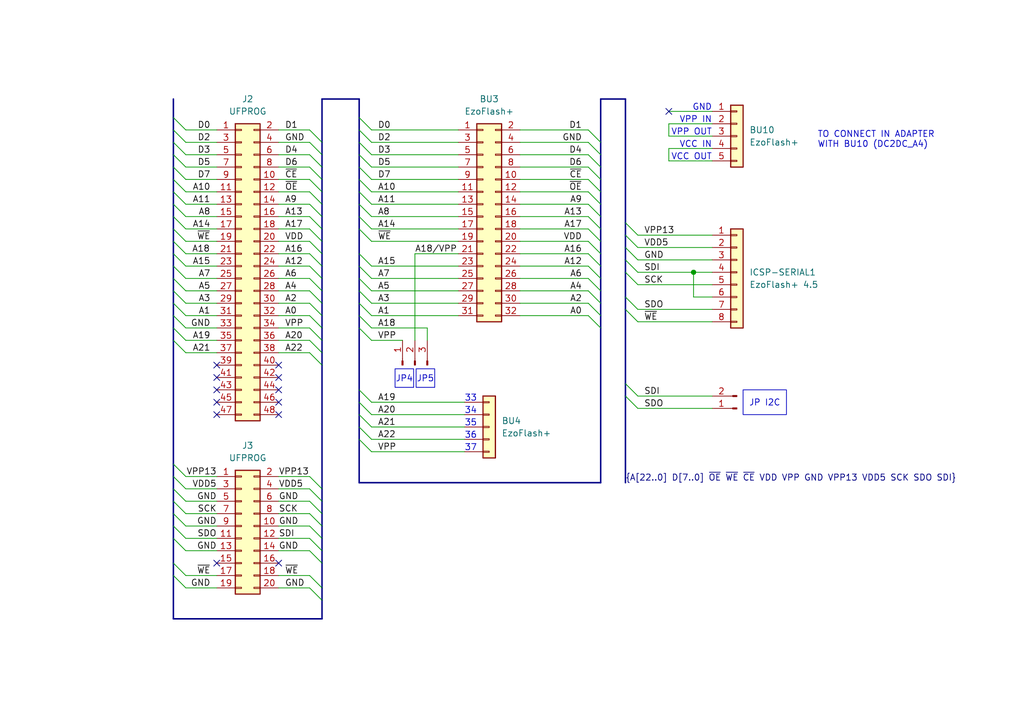
<source format=kicad_sch>
(kicad_sch (version 20230121) (generator eeschema)
  (paper "A5")
  (title_block (title "USB Flash/EPROM Programmer - EzoFlash+ Cross Adapter") (date "2024-01-24") (rev "v0.2.0") (company "Robson Martins") (comment 1 "https://usbflashprog.robsonmartins.com"))
  (lib_symbols
    (symbol "Conn_01x05_1" (pin_names (offset 1.016) hide)
      (property "Reference" "J" (at 0 7.62 0))
      (property "Value" "Conn_01x05" (at 0 -7.62 0))
      (symbol "Conn_01x05_1_1_1"
        (rectangle (start -1.27 -4.953) (end 0 -5.207) (stroke (width 0.1524)))
        (rectangle (start -1.27 -2.413) (end 0 -2.667) (stroke (width 0.1524)))
        (rectangle (start -1.27 0.127) (end 0 -0.127) (stroke (width 0.1524)))
        (rectangle (start -1.27 2.667) (end 0 2.413) (stroke (width 0.1524)))
        (rectangle (start -1.27 5.207) (end 0 4.953) (stroke (width 0.1524)))
        (rectangle (start -1.27 6.35) (end 1.27 -6.35) (stroke (width 0.254)) (fill (type background)))
        (pin passive line (at -5.08 5.08 0) (length 3.81) (name "Pin_1") (number "1"))
        (pin passive line (at -5.08 2.54 0) (length 3.81) (name "Pin_2") (number "2"))
        (pin passive line (at -5.08 0 0) (length 3.81) (name "Pin_3") (number "3"))
        (pin passive line (at -5.08 -2.54 0) (length 3.81) (name "Pin_4") (number "4"))
        (pin passive line (at -5.08 -5.08 0) (length 3.81) (name "Pin_5") (number "5"))
      )
    )
    (symbol "Connector:Conn_01x02_Pin" (pin_names (offset 1.016) hide)
      (property "Reference" "J" (at 0 2.54 0))
      (property "Value" "Conn_01x02_Pin" (at 0 -5.08 0))
      (symbol "Conn_01x02_Pin_1_1"
        (polyline (pts (xy 1.27 -2.54) (xy 0.8636 -2.54)) (stroke (width 0.1524)))
        (polyline (pts (xy 1.27 0) (xy 0.8636 0)) (stroke (width 0.1524)))
        (rectangle (start 0.8636 -2.413) (end 0 -2.667) (stroke (width 0.1524)) (fill (type outline)))
        (rectangle (start 0.8636 0.127) (end 0 -0.127) (stroke (width 0.1524)) (fill (type outline)))
        (pin passive line (at 5.08 0 180) (length 3.81) (name "Pin_1") (number "1"))
        (pin passive line (at 5.08 -2.54 180) (length 3.81) (name "Pin_2") (number "2"))
      )
    )
    (symbol "Connector:Conn_01x03_Pin" (pin_names (offset 1.016) hide)
      (property "Reference" "J" (at 0 5.08 0))
      (property "Value" "Conn_01x03_Pin" (at 0 -5.08 0))
      (symbol "Conn_01x03_Pin_1_1"
        (polyline (pts (xy 1.27 -2.54) (xy 0.8636 -2.54)) (stroke (width 0.1524)))
        (polyline (pts (xy 1.27 0) (xy 0.8636 0)) (stroke (width 0.1524)))
        (polyline (pts (xy 1.27 2.54) (xy 0.8636 2.54)) (stroke (width 0.1524)))
        (rectangle (start 0.8636 -2.413) (end 0 -2.667) (stroke (width 0.1524)) (fill (type outline)))
        (rectangle (start 0.8636 0.127) (end 0 -0.127) (stroke (width 0.1524)) (fill (type outline)))
        (rectangle (start 0.8636 2.667) (end 0 2.413) (stroke (width 0.1524)) (fill (type outline)))
        (pin passive line (at 5.08 2.54 180) (length 3.81) (name "Pin_1") (number "1"))
        (pin passive line (at 5.08 0 180) (length 3.81) (name "Pin_2") (number "2"))
        (pin passive line (at 5.08 -2.54 180) (length 3.81) (name "Pin_3") (number "3"))
      )
    )
    (symbol "Connector_Generic:Conn_01x05" (pin_numbers hide) (pin_names (offset 1.016) hide)
      (property "Reference" "J" (at 0 7.62 0))
      (property "Value" "Conn_01x05" (at 0 -7.62 0))
      (symbol "Conn_01x05_1_1"
        (rectangle (start -1.27 -4.953) (end 0 -5.207) (stroke (width 0.1524)))
        (rectangle (start -1.27 -2.413) (end 0 -2.667) (stroke (width 0.1524)))
        (rectangle (start -1.27 0.127) (end 0 -0.127) (stroke (width 0.1524)))
        (rectangle (start -1.27 2.667) (end 0 2.413) (stroke (width 0.1524)))
        (rectangle (start -1.27 5.207) (end 0 4.953) (stroke (width 0.1524)))
        (rectangle (start -1.27 6.35) (end 1.27 -6.35) (stroke (width 0.254)) (fill (type background)))
        (pin passive line (at -5.08 5.08 0) (length 3.81) (name "Pin_1") (number "1"))
        (pin passive line (at -5.08 2.54 0) (length 3.81) (name "Pin_2") (number "2"))
        (pin passive line (at -5.08 0 0) (length 3.81) (name "Pin_3") (number "3"))
        (pin passive line (at -5.08 -2.54 0) (length 3.81) (name "Pin_4") (number "4"))
        (pin passive line (at -5.08 -5.08 0) (length 3.81) (name "Pin_5") (number "5"))
      )
    )
    (symbol "Connector_Generic:Conn_01x08" (pin_names (offset 1.016) hide)
      (property "Reference" "J" (at 0 10.16 0))
      (property "Value" "Conn_01x08" (at 0 -12.7 0))
      (symbol "Conn_01x08_1_1"
        (rectangle (start -1.27 -10.033) (end 0 -10.287) (stroke (width 0.1524)))
        (rectangle (start -1.27 -7.493) (end 0 -7.747) (stroke (width 0.1524)))
        (rectangle (start -1.27 -4.953) (end 0 -5.207) (stroke (width 0.1524)))
        (rectangle (start -1.27 -2.413) (end 0 -2.667) (stroke (width 0.1524)))
        (rectangle (start -1.27 0.127) (end 0 -0.127) (stroke (width 0.1524)))
        (rectangle (start -1.27 2.667) (end 0 2.413) (stroke (width 0.1524)))
        (rectangle (start -1.27 5.207) (end 0 4.953) (stroke (width 0.1524)))
        (rectangle (start -1.27 7.747) (end 0 7.493) (stroke (width 0.1524)))
        (rectangle (start -1.27 8.89) (end 1.27 -11.43) (stroke (width 0.254)) (fill (type background)))
        (pin passive line (at -5.08 7.62 0) (length 3.81) (name "Pin_1") (number "1"))
        (pin passive line (at -5.08 5.08 0) (length 3.81) (name "Pin_2") (number "2"))
        (pin passive line (at -5.08 2.54 0) (length 3.81) (name "Pin_3") (number "3"))
        (pin passive line (at -5.08 0 0) (length 3.81) (name "Pin_4") (number "4"))
        (pin passive line (at -5.08 -2.54 0) (length 3.81) (name "Pin_5") (number "5"))
        (pin passive line (at -5.08 -5.08 0) (length 3.81) (name "Pin_6") (number "6"))
        (pin passive line (at -5.08 -7.62 0) (length 3.81) (name "Pin_7") (number "7"))
        (pin passive line (at -5.08 -10.16 0) (length 3.81) (name "Pin_8") (number "8"))
      )
    )
    (symbol "Connector_Generic:Conn_02x10_Odd_Even" (pin_names (offset 1.016) hide)
      (property "Reference" "J" (at 1.27 12.7 0))
      (property "Value" "Conn_02x10_Odd_Even" (at 1.27 -15.24 0))
      (symbol "Conn_02x10_Odd_Even_1_1"
        (rectangle (start -1.27 -12.573) (end 0 -12.827) (stroke (width 0.1524)))
        (rectangle (start -1.27 -10.033) (end 0 -10.287) (stroke (width 0.1524)))
        (rectangle (start -1.27 -7.493) (end 0 -7.747) (stroke (width 0.1524)))
        (rectangle (start -1.27 -4.953) (end 0 -5.207) (stroke (width 0.1524)))
        (rectangle (start -1.27 -2.413) (end 0 -2.667) (stroke (width 0.1524)))
        (rectangle (start -1.27 0.127) (end 0 -0.127) (stroke (width 0.1524)))
        (rectangle (start -1.27 2.667) (end 0 2.413) (stroke (width 0.1524)))
        (rectangle (start -1.27 5.207) (end 0 4.953) (stroke (width 0.1524)))
        (rectangle (start -1.27 7.747) (end 0 7.493) (stroke (width 0.1524)))
        (rectangle (start -1.27 10.287) (end 0 10.033) (stroke (width 0.1524)))
        (rectangle (start -1.27 11.43) (end 3.81 -13.97) (stroke (width 0.254)) (fill (type background)))
        (rectangle (start 3.81 -12.573) (end 2.54 -12.827) (stroke (width 0.1524)))
        (rectangle (start 3.81 -10.033) (end 2.54 -10.287) (stroke (width 0.1524)))
        (rectangle (start 3.81 -7.493) (end 2.54 -7.747) (stroke (width 0.1524)))
        (rectangle (start 3.81 -4.953) (end 2.54 -5.207) (stroke (width 0.1524)))
        (rectangle (start 3.81 -2.413) (end 2.54 -2.667) (stroke (width 0.1524)))
        (rectangle (start 3.81 0.127) (end 2.54 -0.127) (stroke (width 0.1524)))
        (rectangle (start 3.81 2.667) (end 2.54 2.413) (stroke (width 0.1524)))
        (rectangle (start 3.81 5.207) (end 2.54 4.953) (stroke (width 0.1524)))
        (rectangle (start 3.81 7.747) (end 2.54 7.493) (stroke (width 0.1524)))
        (rectangle (start 3.81 10.287) (end 2.54 10.033) (stroke (width 0.1524)))
        (pin passive line (at -5.08 10.16 0) (length 3.81) (name "Pin_1") (number "1"))
        (pin passive line (at 7.62 0 180) (length 3.81) (name "Pin_10") (number "10"))
        (pin passive line (at -5.08 -2.54 0) (length 3.81) (name "Pin_11") (number "11"))
        (pin passive line (at 7.62 -2.54 180) (length 3.81) (name "Pin_12") (number "12"))
        (pin passive line (at -5.08 -5.08 0) (length 3.81) (name "Pin_13") (number "13"))
        (pin passive line (at 7.62 -5.08 180) (length 3.81) (name "Pin_14") (number "14"))
        (pin passive line (at -5.08 -7.62 0) (length 3.81) (name "Pin_15") (number "15"))
        (pin passive line (at 7.62 -7.62 180) (length 3.81) (name "Pin_16") (number "16"))
        (pin passive line (at -5.08 -10.16 0) (length 3.81) (name "Pin_17") (number "17"))
        (pin passive line (at 7.62 -10.16 180) (length 3.81) (name "Pin_18") (number "18"))
        (pin passive line (at -5.08 -12.7 0) (length 3.81) (name "Pin_19") (number "19"))
        (pin passive line (at 7.62 10.16 180) (length 3.81) (name "Pin_2") (number "2"))
        (pin passive line (at 7.62 -12.7 180) (length 3.81) (name "Pin_20") (number "20"))
        (pin passive line (at -5.08 7.62 0) (length 3.81) (name "Pin_3") (number "3"))
        (pin passive line (at 7.62 7.62 180) (length 3.81) (name "Pin_4") (number "4"))
        (pin passive line (at -5.08 5.08 0) (length 3.81) (name "Pin_5") (number "5"))
        (pin passive line (at 7.62 5.08 180) (length 3.81) (name "Pin_6") (number "6"))
        (pin passive line (at -5.08 2.54 0) (length 3.81) (name "Pin_7") (number "7"))
        (pin passive line (at 7.62 2.54 180) (length 3.81) (name "Pin_8") (number "8"))
        (pin passive line (at -5.08 0 0) (length 3.81) (name "Pin_9") (number "9"))
      )
    )
    (symbol "Connector_Generic:Conn_02x16_Odd_Even" (pin_names (offset 1.016) hide)
      (property "Reference" "J" (at 1.27 20.32 0))
      (property "Value" "Conn_02x16_Odd_Even" (at 1.27 -22.86 0))
      (symbol "Conn_02x16_Odd_Even_1_1"
        (rectangle (start -1.27 -20.193) (end 0 -20.447) (stroke (width 0.1524)))
        (rectangle (start -1.27 -17.653) (end 0 -17.907) (stroke (width 0.1524)))
        (rectangle (start -1.27 -15.113) (end 0 -15.367) (stroke (width 0.1524)))
        (rectangle (start -1.27 -12.573) (end 0 -12.827) (stroke (width 0.1524)))
        (rectangle (start -1.27 -10.033) (end 0 -10.287) (stroke (width 0.1524)))
        (rectangle (start -1.27 -7.493) (end 0 -7.747) (stroke (width 0.1524)))
        (rectangle (start -1.27 -4.953) (end 0 -5.207) (stroke (width 0.1524)))
        (rectangle (start -1.27 -2.413) (end 0 -2.667) (stroke (width 0.1524)))
        (rectangle (start -1.27 0.127) (end 0 -0.127) (stroke (width 0.1524)))
        (rectangle (start -1.27 2.667) (end 0 2.413) (stroke (width 0.1524)))
        (rectangle (start -1.27 5.207) (end 0 4.953) (stroke (width 0.1524)))
        (rectangle (start -1.27 7.747) (end 0 7.493) (stroke (width 0.1524)))
        (rectangle (start -1.27 10.287) (end 0 10.033) (stroke (width 0.1524)))
        (rectangle (start -1.27 12.827) (end 0 12.573) (stroke (width 0.1524)))
        (rectangle (start -1.27 15.367) (end 0 15.113) (stroke (width 0.1524)))
        (rectangle (start -1.27 17.907) (end 0 17.653) (stroke (width 0.1524)))
        (rectangle (start -1.27 19.05) (end 3.81 -21.59) (stroke (width 0.254)) (fill (type background)))
        (rectangle (start 3.81 -20.193) (end 2.54 -20.447) (stroke (width 0.1524)))
        (rectangle (start 3.81 -17.653) (end 2.54 -17.907) (stroke (width 0.1524)))
        (rectangle (start 3.81 -15.113) (end 2.54 -15.367) (stroke (width 0.1524)))
        (rectangle (start 3.81 -12.573) (end 2.54 -12.827) (stroke (width 0.1524)))
        (rectangle (start 3.81 -10.033) (end 2.54 -10.287) (stroke (width 0.1524)))
        (rectangle (start 3.81 -7.493) (end 2.54 -7.747) (stroke (width 0.1524)))
        (rectangle (start 3.81 -4.953) (end 2.54 -5.207) (stroke (width 0.1524)))
        (rectangle (start 3.81 -2.413) (end 2.54 -2.667) (stroke (width 0.1524)))
        (rectangle (start 3.81 0.127) (end 2.54 -0.127) (stroke (width 0.1524)))
        (rectangle (start 3.81 2.667) (end 2.54 2.413) (stroke (width 0.1524)))
        (rectangle (start 3.81 5.207) (end 2.54 4.953) (stroke (width 0.1524)))
        (rectangle (start 3.81 7.747) (end 2.54 7.493) (stroke (width 0.1524)))
        (rectangle (start 3.81 10.287) (end 2.54 10.033) (stroke (width 0.1524)))
        (rectangle (start 3.81 12.827) (end 2.54 12.573) (stroke (width 0.1524)))
        (rectangle (start 3.81 15.367) (end 2.54 15.113) (stroke (width 0.1524)))
        (rectangle (start 3.81 17.907) (end 2.54 17.653) (stroke (width 0.1524)))
        (pin passive line (at -5.08 17.78 0) (length 3.81) (name "Pin_1") (number "1"))
        (pin passive line (at 7.62 7.62 180) (length 3.81) (name "Pin_10") (number "10"))
        (pin passive line (at -5.08 5.08 0) (length 3.81) (name "Pin_11") (number "11"))
        (pin passive line (at 7.62 5.08 180) (length 3.81) (name "Pin_12") (number "12"))
        (pin passive line (at -5.08 2.54 0) (length 3.81) (name "Pin_13") (number "13"))
        (pin passive line (at 7.62 2.54 180) (length 3.81) (name "Pin_14") (number "14"))
        (pin passive line (at -5.08 0 0) (length 3.81) (name "Pin_15") (number "15"))
        (pin passive line (at 7.62 0 180) (length 3.81) (name "Pin_16") (number "16"))
        (pin passive line (at -5.08 -2.54 0) (length 3.81) (name "Pin_17") (number "17"))
        (pin passive line (at 7.62 -2.54 180) (length 3.81) (name "Pin_18") (number "18"))
        (pin passive line (at -5.08 -5.08 0) (length 3.81) (name "Pin_19") (number "19"))
        (pin passive line (at 7.62 17.78 180) (length 3.81) (name "Pin_2") (number "2"))
        (pin passive line (at 7.62 -5.08 180) (length 3.81) (name "Pin_20") (number "20"))
        (pin passive line (at -5.08 -7.62 0) (length 3.81) (name "Pin_21") (number "21"))
        (pin passive line (at 7.62 -7.62 180) (length 3.81) (name "Pin_22") (number "22"))
        (pin passive line (at -5.08 -10.16 0) (length 3.81) (name "Pin_23") (number "23"))
        (pin passive line (at 7.62 -10.16 180) (length 3.81) (name "Pin_24") (number "24"))
        (pin passive line (at -5.08 -12.7 0) (length 3.81) (name "Pin_25") (number "25"))
        (pin passive line (at 7.62 -12.7 180) (length 3.81) (name "Pin_26") (number "26"))
        (pin passive line (at -5.08 -15.24 0) (length 3.81) (name "Pin_27") (number "27"))
        (pin passive line (at 7.62 -15.24 180) (length 3.81) (name "Pin_28") (number "28"))
        (pin passive line (at -5.08 -17.78 0) (length 3.81) (name "Pin_29") (number "29"))
        (pin passive line (at -5.08 15.24 0) (length 3.81) (name "Pin_3") (number "3"))
        (pin passive line (at 7.62 -17.78 180) (length 3.81) (name "Pin_30") (number "30"))
        (pin passive line (at -5.08 -20.32 0) (length 3.81) (name "Pin_31") (number "31"))
        (pin passive line (at 7.62 -20.32 180) (length 3.81) (name "Pin_32") (number "32"))
        (pin passive line (at 7.62 15.24 180) (length 3.81) (name "Pin_4") (number "4"))
        (pin passive line (at -5.08 12.7 0) (length 3.81) (name "Pin_5") (number "5"))
        (pin passive line (at 7.62 12.7 180) (length 3.81) (name "Pin_6") (number "6"))
        (pin passive line (at -5.08 10.16 0) (length 3.81) (name "Pin_7") (number "7"))
        (pin passive line (at 7.62 10.16 180) (length 3.81) (name "Pin_8") (number "8"))
        (pin passive line (at -5.08 7.62 0) (length 3.81) (name "Pin_9") (number "9"))
      )
    )
    (symbol "Connector_Generic:Conn_02x24_Odd_Even" (pin_names (offset 1.016) hide)
      (property "Reference" "J" (at 1.27 30.48 0))
      (property "Value" "Conn_02x24_Odd_Even" (at 1.27 -33.02 0))
      (symbol "Conn_02x24_Odd_Even_1_1"
        (rectangle (start -1.27 -30.353) (end 0 -30.607) (stroke (width 0.1524)))
        (rectangle (start -1.27 -27.813) (end 0 -28.067) (stroke (width 0.1524)))
        (rectangle (start -1.27 -25.273) (end 0 -25.527) (stroke (width 0.1524)))
        (rectangle (start -1.27 -22.733) (end 0 -22.987) (stroke (width 0.1524)))
        (rectangle (start -1.27 -20.193) (end 0 -20.447) (stroke (width 0.1524)))
        (rectangle (start -1.27 -17.653) (end 0 -17.907) (stroke (width 0.1524)))
        (rectangle (start -1.27 -15.113) (end 0 -15.367) (stroke (width 0.1524)))
        (rectangle (start -1.27 -12.573) (end 0 -12.827) (stroke (width 0.1524)))
        (rectangle (start -1.27 -10.033) (end 0 -10.287) (stroke (width 0.1524)))
        (rectangle (start -1.27 -7.493) (end 0 -7.747) (stroke (width 0.1524)))
        (rectangle (start -1.27 -4.953) (end 0 -5.207) (stroke (width 0.1524)))
        (rectangle (start -1.27 -2.413) (end 0 -2.667) (stroke (width 0.1524)))
        (rectangle (start -1.27 0.127) (end 0 -0.127) (stroke (width 0.1524)))
        (rectangle (start -1.27 2.667) (end 0 2.413) (stroke (width 0.1524)))
        (rectangle (start -1.27 5.207) (end 0 4.953) (stroke (width 0.1524)))
        (rectangle (start -1.27 7.747) (end 0 7.493) (stroke (width 0.1524)))
        (rectangle (start -1.27 10.287) (end 0 10.033) (stroke (width 0.1524)))
        (rectangle (start -1.27 12.827) (end 0 12.573) (stroke (width 0.1524)))
        (rectangle (start -1.27 15.367) (end 0 15.113) (stroke (width 0.1524)))
        (rectangle (start -1.27 17.907) (end 0 17.653) (stroke (width 0.1524)))
        (rectangle (start -1.27 20.447) (end 0 20.193) (stroke (width 0.1524)))
        (rectangle (start -1.27 22.987) (end 0 22.733) (stroke (width 0.1524)))
        (rectangle (start -1.27 25.527) (end 0 25.273) (stroke (width 0.1524)))
        (rectangle (start -1.27 28.067) (end 0 27.813) (stroke (width 0.1524)))
        (rectangle (start -1.27 29.21) (end 3.81 -31.75) (stroke (width 0.254)) (fill (type background)))
        (rectangle (start 3.81 -30.353) (end 2.54 -30.607) (stroke (width 0.1524)))
        (rectangle (start 3.81 -27.813) (end 2.54 -28.067) (stroke (width 0.1524)))
        (rectangle (start 3.81 -25.273) (end 2.54 -25.527) (stroke (width 0.1524)))
        (rectangle (start 3.81 -22.733) (end 2.54 -22.987) (stroke (width 0.1524)))
        (rectangle (start 3.81 -20.193) (end 2.54 -20.447) (stroke (width 0.1524)))
        (rectangle (start 3.81 -17.653) (end 2.54 -17.907) (stroke (width 0.1524)))
        (rectangle (start 3.81 -15.113) (end 2.54 -15.367) (stroke (width 0.1524)))
        (rectangle (start 3.81 -12.573) (end 2.54 -12.827) (stroke (width 0.1524)))
        (rectangle (start 3.81 -10.033) (end 2.54 -10.287) (stroke (width 0.1524)))
        (rectangle (start 3.81 -7.493) (end 2.54 -7.747) (stroke (width 0.1524)))
        (rectangle (start 3.81 -4.953) (end 2.54 -5.207) (stroke (width 0.1524)))
        (rectangle (start 3.81 -2.413) (end 2.54 -2.667) (stroke (width 0.1524)))
        (rectangle (start 3.81 0.127) (end 2.54 -0.127) (stroke (width 0.1524)))
        (rectangle (start 3.81 2.667) (end 2.54 2.413) (stroke (width 0.1524)))
        (rectangle (start 3.81 5.207) (end 2.54 4.953) (stroke (width 0.1524)))
        (rectangle (start 3.81 7.747) (end 2.54 7.493) (stroke (width 0.1524)))
        (rectangle (start 3.81 10.287) (end 2.54 10.033) (stroke (width 0.1524)))
        (rectangle (start 3.81 12.827) (end 2.54 12.573) (stroke (width 0.1524)))
        (rectangle (start 3.81 15.367) (end 2.54 15.113) (stroke (width 0.1524)))
        (rectangle (start 3.81 17.907) (end 2.54 17.653) (stroke (width 0.1524)))
        (rectangle (start 3.81 20.447) (end 2.54 20.193) (stroke (width 0.1524)))
        (rectangle (start 3.81 22.987) (end 2.54 22.733) (stroke (width 0.1524)))
        (rectangle (start 3.81 25.527) (end 2.54 25.273) (stroke (width 0.1524)))
        (rectangle (start 3.81 28.067) (end 2.54 27.813) (stroke (width 0.1524)))
        (pin passive line (at -5.08 27.94 0) (length 3.81) (name "Pin_1") (number "1"))
        (pin passive line (at 7.62 17.78 180) (length 3.81) (name "Pin_10") (number "10"))
        (pin passive line (at -5.08 15.24 0) (length 3.81) (name "Pin_11") (number "11"))
        (pin passive line (at 7.62 15.24 180) (length 3.81) (name "Pin_12") (number "12"))
        (pin passive line (at -5.08 12.7 0) (length 3.81) (name "Pin_13") (number "13"))
        (pin passive line (at 7.62 12.7 180) (length 3.81) (name "Pin_14") (number "14"))
        (pin passive line (at -5.08 10.16 0) (length 3.81) (name "Pin_15") (number "15"))
        (pin passive line (at 7.62 10.16 180) (length 3.81) (name "Pin_16") (number "16"))
        (pin passive line (at -5.08 7.62 0) (length 3.81) (name "Pin_17") (number "17"))
        (pin passive line (at 7.62 7.62 180) (length 3.81) (name "Pin_18") (number "18"))
        (pin passive line (at -5.08 5.08 0) (length 3.81) (name "Pin_19") (number "19"))
        (pin passive line (at 7.62 27.94 180) (length 3.81) (name "Pin_2") (number "2"))
        (pin passive line (at 7.62 5.08 180) (length 3.81) (name "Pin_20") (number "20"))
        (pin passive line (at -5.08 2.54 0) (length 3.81) (name "Pin_21") (number "21"))
        (pin passive line (at 7.62 2.54 180) (length 3.81) (name "Pin_22") (number "22"))
        (pin passive line (at -5.08 0 0) (length 3.81) (name "Pin_23") (number "23"))
        (pin passive line (at 7.62 0 180) (length 3.81) (name "Pin_24") (number "24"))
        (pin passive line (at -5.08 -2.54 0) (length 3.81) (name "Pin_25") (number "25"))
        (pin passive line (at 7.62 -2.54 180) (length 3.81) (name "Pin_26") (number "26"))
        (pin passive line (at -5.08 -5.08 0) (length 3.81) (name "Pin_27") (number "27"))
        (pin passive line (at 7.62 -5.08 180) (length 3.81) (name "Pin_28") (number "28"))
        (pin passive line (at -5.08 -7.62 0) (length 3.81) (name "Pin_29") (number "29"))
        (pin passive line (at -5.08 25.4 0) (length 3.81) (name "Pin_3") (number "3"))
        (pin passive line (at 7.62 -7.62 180) (length 3.81) (name "Pin_30") (number "30"))
        (pin passive line (at -5.08 -10.16 0) (length 3.81) (name "Pin_31") (number "31"))
        (pin passive line (at 7.62 -10.16 180) (length 3.81) (name "Pin_32") (number "32"))
        (pin passive line (at -5.08 -12.7 0) (length 3.81) (name "Pin_33") (number "33"))
        (pin passive line (at 7.62 -12.7 180) (length 3.81) (name "Pin_34") (number "34"))
        (pin passive line (at -5.08 -15.24 0) (length 3.81) (name "Pin_35") (number "35"))
        (pin passive line (at 7.62 -15.24 180) (length 3.81) (name "Pin_36") (number "36"))
        (pin passive line (at -5.08 -17.78 0) (length 3.81) (name "Pin_37") (number "37"))
        (pin passive line (at 7.62 -17.78 180) (length 3.81) (name "Pin_38") (number "38"))
        (pin passive line (at -5.08 -20.32 0) (length 3.81) (name "Pin_39") (number "39"))
        (pin passive line (at 7.62 25.4 180) (length 3.81) (name "Pin_4") (number "4"))
        (pin passive line (at 7.62 -20.32 180) (length 3.81) (name "Pin_40") (number "40"))
        (pin passive line (at -5.08 -22.86 0) (length 3.81) (name "Pin_41") (number "41"))
        (pin passive line (at 7.62 -22.86 180) (length 3.81) (name "Pin_42") (number "42"))
        (pin passive line (at -5.08 -25.4 0) (length 3.81) (name "Pin_43") (number "43"))
        (pin passive line (at 7.62 -25.4 180) (length 3.81) (name "Pin_44") (number "44"))
        (pin passive line (at -5.08 -27.94 0) (length 3.81) (name "Pin_45") (number "45"))
        (pin passive line (at 7.62 -27.94 180) (length 3.81) (name "Pin_46") (number "46"))
        (pin passive line (at -5.08 -30.48 0) (length 3.81) (name "Pin_47") (number "47"))
        (pin passive line (at 7.62 -30.48 180) (length 3.81) (name "Pin_48") (number "48"))
        (pin passive line (at -5.08 22.86 0) (length 3.81) (name "Pin_5") (number "5"))
        (pin passive line (at 7.62 22.86 180) (length 3.81) (name "Pin_6") (number "6"))
        (pin passive line (at -5.08 20.32 0) (length 3.81) (name "Pin_7") (number "7"))
        (pin passive line (at 7.62 20.32 180) (length 3.81) (name "Pin_8") (number "8"))
        (pin passive line (at -5.08 17.78 0) (length 3.81) (name "Pin_9") (number "9"))
      )
    )
  )
  (junction (at 142.24 55.88))
  (no_connect (at 57.15 85.09))
  (no_connect (at 44.45 80.01))
  (no_connect (at 57.15 74.93))
  (no_connect (at 57.15 80.01))
  (no_connect (at 137.16 22.86))
  (no_connect (at 57.15 82.55))
  (no_connect (at 44.45 74.93))
  (no_connect (at 57.15 77.47))
  (no_connect (at 44.45 82.55))
  (no_connect (at 44.45 85.09))
  (no_connect (at 57.15 115.57))
  (no_connect (at 44.45 77.47))
  (no_connect (at 44.45 115.57))
  (bus_entry (at 128.27 78.74) (size 2.54 2.54))
  (bus_entry (at 63.5 100.33) (size 2.54 2.54))
  (bus_entry (at 63.5 36.83) (size 2.54 2.54))
  (bus_entry (at 35.56 57.15) (size 2.54 2.54))
  (bus_entry (at 63.5 102.87) (size 2.54 2.54))
  (bus_entry (at 120.65 34.29) (size 2.54 2.54))
  (bus_entry (at 73.66 46.99) (size 2.54 2.54))
  (bus_entry (at 128.27 45.72) (size 2.54 2.54))
  (bus_entry (at 128.27 53.34) (size 2.54 2.54))
  (bus_entry (at 35.56 46.99) (size 2.54 2.54))
  (bus_entry (at 73.66 36.83) (size 2.54 2.54))
  (bus_entry (at 73.66 80.01) (size 2.54 2.54))
  (bus_entry (at 63.5 52.07) (size 2.54 2.54))
  (bus_entry (at 73.66 85.09) (size 2.54 2.54))
  (bus_entry (at 120.65 59.69) (size 2.54 2.54))
  (bus_entry (at 128.27 60.96) (size 2.54 2.54))
  (bus_entry (at 73.66 31.75) (size 2.54 2.54))
  (bus_entry (at 128.27 81.28) (size 2.54 2.54))
  (bus_entry (at 120.65 54.61) (size 2.54 2.54))
  (bus_entry (at 73.66 29.21) (size 2.54 2.54))
  (bus_entry (at 35.56 67.31) (size 2.54 2.54))
  (bus_entry (at 35.56 110.49) (size 2.54 2.54))
  (bus_entry (at 63.5 59.69) (size 2.54 2.54))
  (bus_entry (at 35.56 118.11) (size 2.54 2.54))
  (bus_entry (at 63.5 39.37) (size 2.54 2.54))
  (bus_entry (at 35.56 62.23) (size 2.54 2.54))
  (bus_entry (at 120.65 52.07) (size 2.54 2.54))
  (bus_entry (at 73.66 57.15) (size 2.54 2.54))
  (bus_entry (at 63.5 72.39) (size 2.54 2.54))
  (bus_entry (at 63.5 46.99) (size 2.54 2.54))
  (bus_entry (at 35.56 100.33) (size 2.54 2.54))
  (bus_entry (at 63.5 57.15) (size 2.54 2.54))
  (bus_entry (at 63.5 69.85) (size 2.54 2.54))
  (bus_entry (at 63.5 118.11) (size 2.54 2.54))
  (bus_entry (at 63.5 107.95) (size 2.54 2.54))
  (bus_entry (at 63.5 110.49) (size 2.54 2.54))
  (bus_entry (at 73.66 39.37) (size 2.54 2.54))
  (bus_entry (at 63.5 26.67) (size 2.54 2.54))
  (bus_entry (at 120.65 57.15) (size 2.54 2.54))
  (bus_entry (at 63.5 34.29) (size 2.54 2.54))
  (bus_entry (at 63.5 62.23) (size 2.54 2.54))
  (bus_entry (at 128.27 48.26) (size 2.54 2.54))
  (bus_entry (at 73.66 26.67) (size 2.54 2.54))
  (bus_entry (at 35.56 31.75) (size 2.54 2.54))
  (bus_entry (at 63.5 97.79) (size 2.54 2.54))
  (bus_entry (at 120.65 29.21) (size 2.54 2.54))
  (bus_entry (at 128.27 55.88) (size 2.54 2.54))
  (bus_entry (at 35.56 115.57) (size 2.54 2.54))
  (bus_entry (at 35.56 64.77) (size 2.54 2.54))
  (bus_entry (at 73.66 90.17) (size 2.54 2.54))
  (bus_entry (at 35.56 69.85) (size 2.54 2.54))
  (bus_entry (at 73.66 59.69) (size 2.54 2.54))
  (bus_entry (at 128.27 50.8) (size 2.54 2.54))
  (bus_entry (at 120.65 36.83) (size 2.54 2.54))
  (bus_entry (at 120.65 31.75) (size 2.54 2.54))
  (bus_entry (at 73.66 44.45) (size 2.54 2.54))
  (bus_entry (at 63.5 54.61) (size 2.54 2.54))
  (bus_entry (at 63.5 105.41) (size 2.54 2.54))
  (bus_entry (at 63.5 64.77) (size 2.54 2.54))
  (bus_entry (at 63.5 67.31) (size 2.54 2.54))
  (bus_entry (at 35.56 59.69) (size 2.54 2.54))
  (bus_entry (at 35.56 39.37) (size 2.54 2.54))
  (bus_entry (at 35.56 26.67) (size 2.54 2.54))
  (bus_entry (at 35.56 52.07) (size 2.54 2.54))
  (bus_entry (at 120.65 44.45) (size 2.54 2.54))
  (bus_entry (at 73.66 67.31) (size 2.54 2.54))
  (bus_entry (at 63.5 31.75) (size 2.54 2.54))
  (bus_entry (at 35.56 34.29) (size 2.54 2.54))
  (bus_entry (at 128.27 63.5) (size 2.54 2.54))
  (bus_entry (at 120.65 64.77) (size 2.54 2.54))
  (bus_entry (at 35.56 41.91) (size 2.54 2.54))
  (bus_entry (at 63.5 49.53) (size 2.54 2.54))
  (bus_entry (at 73.66 54.61) (size 2.54 2.54))
  (bus_entry (at 73.66 82.55) (size 2.54 2.54))
  (bus_entry (at 120.65 41.91) (size 2.54 2.54))
  (bus_entry (at 63.5 113.03) (size 2.54 2.54))
  (bus_entry (at 35.56 36.83) (size 2.54 2.54))
  (bus_entry (at 73.66 41.91) (size 2.54 2.54))
  (bus_entry (at 73.66 34.29) (size 2.54 2.54))
  (bus_entry (at 35.56 105.41) (size 2.54 2.54))
  (bus_entry (at 35.56 54.61) (size 2.54 2.54))
  (bus_entry (at 120.65 26.67) (size 2.54 2.54))
  (bus_entry (at 35.56 107.95) (size 2.54 2.54))
  (bus_entry (at 73.66 52.07) (size 2.54 2.54))
  (bus_entry (at 63.5 44.45) (size 2.54 2.54))
  (bus_entry (at 73.66 87.63) (size 2.54 2.54))
  (bus_entry (at 35.56 97.79) (size 2.54 2.54))
  (bus_entry (at 73.66 62.23) (size 2.54 2.54))
  (bus_entry (at 35.56 24.13) (size 2.54 2.54))
  (bus_entry (at 35.56 29.21) (size 2.54 2.54))
  (bus_entry (at 73.66 64.77) (size 2.54 2.54))
  (bus_entry (at 120.65 46.99) (size 2.54 2.54))
  (bus_entry (at 35.56 44.45) (size 2.54 2.54))
  (bus_entry (at 63.5 41.91) (size 2.54 2.54))
  (bus_entry (at 35.56 95.25) (size 2.54 2.54))
  (bus_entry (at 120.65 49.53) (size 2.54 2.54))
  (bus_entry (at 73.66 24.13) (size 2.54 2.54))
  (bus_entry (at 35.56 102.87) (size 2.54 2.54))
  (bus_entry (at 120.65 39.37) (size 2.54 2.54))
  (bus_entry (at 63.5 29.21) (size 2.54 2.54))
  (bus_entry (at 63.5 120.65) (size 2.54 2.54))
  (bus_entry (at 120.65 62.23) (size 2.54 2.54))
  (bus_entry (at 35.56 49.53) (size 2.54 2.54))
  (bus (pts (xy 123.19 34.29) (xy 123.19 36.83)))
  (wire (pts (xy 130.81 81.28) (xy 146.05 81.28)))
  (wire (pts (xy 38.1 64.77) (xy 44.45 64.77)))
  (bus (pts (xy 35.56 44.45) (xy 35.56 46.99)))
  (wire (pts (xy 57.15 107.95) (xy 63.5 107.95)))
  (bus (pts (xy 35.56 110.49) (xy 35.56 115.57)))
  (bus (pts (xy 123.19 52.07) (xy 123.19 54.61)))
  (wire (pts (xy 142.24 60.96) (xy 142.24 55.88)))
  (bus (pts (xy 66.04 105.41) (xy 66.04 107.95)))
  (bus (pts (xy 123.19 36.83) (xy 123.19 39.37)))
  (wire (pts (xy 130.81 66.04) (xy 146.05 66.04)))
  (bus (pts (xy 73.66 24.13) (xy 73.66 26.67)))
  (bus (pts (xy 35.56 118.11) (xy 35.56 127)))
  (wire (pts (xy 76.2 41.91) (xy 93.98 41.91)))
  (bus (pts (xy 73.66 52.07) (xy 73.66 54.61)))
  (wire (pts (xy 106.68 57.15) (xy 120.65 57.15)))
  (wire (pts (xy 57.15 52.07) (xy 63.5 52.07)))
  (bus (pts (xy 73.66 64.77) (xy 73.66 67.31)))
  (bus (pts (xy 73.66 99.06) (xy 123.19 99.06)))
  (wire (pts (xy 76.2 67.31) (xy 87.63 67.31)))
  (wire (pts (xy 76.2 82.55) (xy 95.25 82.55)))
  (wire (pts (xy 57.15 113.03) (xy 63.5 113.03)))
  (wire (pts (xy 38.1 31.75) (xy 44.45 31.75)))
  (wire (pts (xy 76.2 46.99) (xy 93.98 46.99)))
  (bus (pts (xy 128.27 60.96) (xy 128.27 63.5)))
  (wire (pts (xy 146.05 30.48) (xy 137.16 30.48)))
  (wire (pts (xy 106.68 59.69) (xy 120.65 59.69)))
  (wire (pts (xy 76.2 92.71) (xy 95.25 92.71)))
  (wire (pts (xy 57.15 34.29) (xy 63.5 34.29)))
  (bus (pts (xy 73.66 46.99) (xy 73.66 52.07)))
  (bus (pts (xy 35.56 67.31) (xy 35.56 69.85)))
  (bus (pts (xy 66.04 102.87) (xy 66.04 105.41)))
  (wire (pts (xy 76.2 54.61) (xy 93.98 54.61)))
  (wire (pts (xy 106.68 64.77) (xy 120.65 64.77)))
  (wire (pts (xy 76.2 39.37) (xy 93.98 39.37)))
  (bus (pts (xy 35.56 105.41) (xy 35.56 107.95)))
  (bus (pts (xy 35.56 69.85) (xy 35.56 95.25)))
  (bus (pts (xy 123.19 62.23) (xy 123.19 64.77)))
  (wire (pts (xy 76.2 34.29) (xy 93.98 34.29)))
  (wire (pts (xy 76.2 69.85) (xy 82.55 69.85)))
  (bus (pts (xy 35.56 102.87) (xy 35.56 105.41)))
  (wire (pts (xy 38.1 102.87) (xy 44.45 102.87)))
  (wire (pts (xy 57.15 118.11) (xy 63.5 118.11)))
  (wire (pts (xy 57.15 36.83) (xy 63.5 36.83)))
  (wire (pts (xy 57.15 64.77) (xy 63.5 64.77)))
  (bus (pts (xy 66.04 41.91) (xy 66.04 44.45)))
  (bus (pts (xy 73.66 87.63) (xy 73.66 90.17)))
  (wire (pts (xy 38.1 44.45) (xy 44.45 44.45)))
  (wire (pts (xy 38.1 62.23) (xy 44.45 62.23)))
  (wire (pts (xy 38.1 57.15) (xy 44.45 57.15)))
  (wire (pts (xy 137.16 30.48) (xy 137.16 33.02)))
  (bus (pts (xy 66.04 20.32) (xy 66.04 29.21)))
  (wire (pts (xy 57.15 57.15) (xy 63.5 57.15)))
  (bus (pts (xy 66.04 34.29) (xy 66.04 36.83)))
  (bus (pts (xy 73.66 90.17) (xy 73.66 99.06)))
  (wire (pts (xy 57.15 49.53) (xy 63.5 49.53)))
  (bus (pts (xy 123.19 31.75) (xy 123.19 34.29)))
  (bus (pts (xy 35.56 115.57) (xy 35.56 118.11)))
  (wire (pts (xy 130.81 83.82) (xy 146.05 83.82)))
  (wire (pts (xy 57.15 69.85) (xy 63.5 69.85)))
  (wire (pts (xy 38.1 110.49) (xy 44.45 110.49)))
  (bus (pts (xy 128.27 48.26) (xy 128.27 50.8)))
  (bus (pts (xy 35.56 20.32) (xy 35.56 24.13)))
  (bus (pts (xy 35.56 97.79) (xy 35.56 100.33)))
  (bus (pts (xy 66.04 120.65) (xy 66.04 123.19)))
  (wire (pts (xy 106.68 46.99) (xy 120.65 46.99)))
  (wire (pts (xy 57.15 100.33) (xy 63.5 100.33)))
  (bus (pts (xy 66.04 52.07) (xy 66.04 54.61)))
  (wire (pts (xy 57.15 39.37) (xy 63.5 39.37)))
  (bus (pts (xy 66.04 59.69) (xy 66.04 62.23)))
  (bus (pts (xy 128.27 55.88) (xy 128.27 60.96)))
  (bus (pts (xy 66.04 107.95) (xy 66.04 110.49)))
  (bus (pts (xy 66.04 49.53) (xy 66.04 52.07)))
  (wire (pts (xy 137.16 33.02) (xy 146.05 33.02)))
  (wire (pts (xy 38.1 36.83) (xy 44.45 36.83)))
  (bus (pts (xy 66.04 123.19) (xy 66.04 127)))
  (wire (pts (xy 38.1 120.65) (xy 44.45 120.65)))
  (wire (pts (xy 130.81 55.88) (xy 142.24 55.88)))
  (bus (pts (xy 73.66 44.45) (xy 73.66 46.99)))
  (wire (pts (xy 106.68 36.83) (xy 120.65 36.83)))
  (bus (pts (xy 35.56 59.69) (xy 35.56 62.23)))
  (bus (pts (xy 35.56 39.37) (xy 35.56 41.91)))
  (bus (pts (xy 66.04 44.45) (xy 66.04 46.99)))
  (bus (pts (xy 35.56 62.23) (xy 35.56 64.77)))
  (bus (pts (xy 128.27 63.5) (xy 128.27 78.74)))
  (wire (pts (xy 38.1 72.39) (xy 44.45 72.39)))
  (wire (pts (xy 38.1 107.95) (xy 44.45 107.95)))
  (bus (pts (xy 73.66 85.09) (xy 73.66 87.63)))
  (bus (pts (xy 128.27 45.72) (xy 128.27 20.32)))
  (wire (pts (xy 57.15 46.99) (xy 63.5 46.99)))
  (wire (pts (xy 38.1 113.03) (xy 44.45 113.03)))
  (bus (pts (xy 66.04 46.99) (xy 66.04 49.53)))
  (wire (pts (xy 57.15 41.91) (xy 63.5 41.91)))
  (wire (pts (xy 76.2 87.63) (xy 95.25 87.63)))
  (wire (pts (xy 137.16 27.94) (xy 146.05 27.94)))
  (bus (pts (xy 73.66 29.21) (xy 73.66 31.75)))
  (bus (pts (xy 66.04 110.49) (xy 66.04 113.03)))
  (bus (pts (xy 35.56 49.53) (xy 35.56 52.07)))
  (wire (pts (xy 38.1 49.53) (xy 44.45 49.53)))
  (wire (pts (xy 146.05 25.4) (xy 137.16 25.4)))
  (bus (pts (xy 66.04 74.93) (xy 66.04 100.33)))
  (bus (pts (xy 73.66 67.31) (xy 73.66 80.01)))
  (bus (pts (xy 35.56 34.29) (xy 35.56 36.83)))
  (wire (pts (xy 76.2 90.17) (xy 95.25 90.17)))
  (wire (pts (xy 76.2 64.77) (xy 93.98 64.77)))
  (bus (pts (xy 73.66 62.23) (xy 73.66 64.77)))
  (bus (pts (xy 35.56 54.61) (xy 35.56 57.15)))
  (bus (pts (xy 35.56 29.21) (xy 35.56 31.75)))
  (wire (pts (xy 57.15 72.39) (xy 63.5 72.39)))
  (bus (pts (xy 73.66 80.01) (xy 73.66 82.55)))
  (wire (pts (xy 146.05 60.96) (xy 142.24 60.96)))
  (wire (pts (xy 137.16 25.4) (xy 137.16 27.94)))
  (bus (pts (xy 128.27 50.8) (xy 128.27 53.34)))
  (bus (pts (xy 35.56 26.67) (xy 35.56 29.21)))
  (wire (pts (xy 106.68 52.07) (xy 120.65 52.07)))
  (bus (pts (xy 128.27 81.28) (xy 128.27 99.06)))
  (bus (pts (xy 35.56 57.15) (xy 35.56 59.69)))
  (bus (pts (xy 66.04 67.31) (xy 66.04 69.85)))
  (wire (pts (xy 76.2 31.75) (xy 93.98 31.75)))
  (wire (pts (xy 38.1 29.21) (xy 44.45 29.21)))
  (wire (pts (xy 38.1 105.41) (xy 44.45 105.41)))
  (wire (pts (xy 106.68 26.67) (xy 120.65 26.67)))
  (wire (pts (xy 106.68 34.29) (xy 120.65 34.29)))
  (wire (pts (xy 38.1 41.91) (xy 44.45 41.91)))
  (bus (pts (xy 123.19 99.06) (xy 123.19 67.31)))
  (wire (pts (xy 137.16 22.86) (xy 146.05 22.86)))
  (bus (pts (xy 35.56 31.75) (xy 35.56 34.29)))
  (bus (pts (xy 73.66 31.75) (xy 73.66 34.29)))
  (bus (pts (xy 66.04 57.15) (xy 66.04 59.69)))
  (wire (pts (xy 106.68 44.45) (xy 120.65 44.45)))
  (wire (pts (xy 76.2 26.67) (xy 93.98 26.67)))
  (wire (pts (xy 130.81 48.26) (xy 146.05 48.26)))
  (bus (pts (xy 66.04 64.77) (xy 66.04 67.31)))
  (wire (pts (xy 76.2 62.23) (xy 93.98 62.23)))
  (bus (pts (xy 66.04 31.75) (xy 66.04 34.29)))
  (bus (pts (xy 66.04 72.39) (xy 66.04 74.93)))
  (bus (pts (xy 123.19 20.32) (xy 123.19 29.21)))
  (wire (pts (xy 106.68 29.21) (xy 120.65 29.21)))
  (wire (pts (xy 57.15 97.79) (xy 63.5 97.79)))
  (wire (pts (xy 38.1 97.79) (xy 44.45 97.79)))
  (wire (pts (xy 87.63 67.31) (xy 87.63 69.85)))
  (wire (pts (xy 57.15 26.67) (xy 63.5 26.67)))
  (bus (pts (xy 73.66 41.91) (xy 73.66 44.45)))
  (bus (pts (xy 35.56 95.25) (xy 35.56 97.79)))
  (wire (pts (xy 106.68 41.91) (xy 120.65 41.91)))
  (bus (pts (xy 123.19 54.61) (xy 123.19 57.15)))
  (wire (pts (xy 76.2 29.21) (xy 93.98 29.21)))
  (bus (pts (xy 73.66 59.69) (xy 73.66 62.23)))
  (wire (pts (xy 130.81 58.42) (xy 146.05 58.42)))
  (bus (pts (xy 73.66 54.61) (xy 73.66 57.15)))
  (wire (pts (xy 38.1 118.11) (xy 44.45 118.11)))
  (wire (pts (xy 106.68 49.53) (xy 120.65 49.53)))
  (wire (pts (xy 142.24 55.88) (xy 146.05 55.88)))
  (wire (pts (xy 76.2 49.53) (xy 93.98 49.53)))
  (wire (pts (xy 57.15 62.23) (xy 63.5 62.23)))
  (bus (pts (xy 123.19 46.99) (xy 123.19 49.53)))
  (wire (pts (xy 76.2 85.09) (xy 95.25 85.09)))
  (wire (pts (xy 57.15 102.87) (xy 63.5 102.87)))
  (wire (pts (xy 76.2 36.83) (xy 93.98 36.83)))
  (wire (pts (xy 38.1 100.33) (xy 44.45 100.33)))
  (wire (pts (xy 85.09 69.85) (xy 85.09 52.07)))
  (wire (pts (xy 106.68 31.75) (xy 120.65 31.75)))
  (bus (pts (xy 73.66 34.29) (xy 73.66 36.83)))
  (bus (pts (xy 35.56 64.77) (xy 35.56 67.31)))
  (bus (pts (xy 123.19 59.69) (xy 123.19 62.23)))
  (bus (pts (xy 123.19 49.53) (xy 123.19 52.07)))
  (wire (pts (xy 130.81 50.8) (xy 146.05 50.8)))
  (bus (pts (xy 123.19 41.91) (xy 123.19 44.45)))
  (bus (pts (xy 66.04 69.85) (xy 66.04 72.39)))
  (bus (pts (xy 66.04 39.37) (xy 66.04 41.91)))
  (bus (pts (xy 128.27 20.32) (xy 123.19 20.32)))
  (wire (pts (xy 57.15 44.45) (xy 63.5 44.45)))
  (wire (pts (xy 38.1 46.99) (xy 44.45 46.99)))
  (bus (pts (xy 73.66 20.32) (xy 73.66 24.13)))
  (bus (pts (xy 123.19 29.21) (xy 123.19 31.75)))
  (wire (pts (xy 38.1 26.67) (xy 44.45 26.67)))
  (bus (pts (xy 66.04 36.83) (xy 66.04 39.37)))
  (wire (pts (xy 76.2 59.69) (xy 93.98 59.69)))
  (bus (pts (xy 123.19 39.37) (xy 123.19 41.91)))
  (bus (pts (xy 35.56 107.95) (xy 35.56 110.49)))
  (bus (pts (xy 73.66 39.37) (xy 73.66 41.91)))
  (bus (pts (xy 35.56 24.13) (xy 35.56 26.67)))
  (wire (pts (xy 106.68 54.61) (xy 120.65 54.61)))
  (wire (pts (xy 57.15 110.49) (xy 63.5 110.49)))
  (bus (pts (xy 128.27 53.34) (xy 128.27 55.88)))
  (bus (pts (xy 35.56 52.07) (xy 35.56 54.61)))
  (bus (pts (xy 73.66 82.55) (xy 73.66 85.09)))
  (wire (pts (xy 130.81 53.34) (xy 146.05 53.34)))
  (bus (pts (xy 66.04 127) (xy 35.56 127)))
  (bus (pts (xy 66.04 113.03) (xy 66.04 115.57)))
  (bus (pts (xy 66.04 20.32) (xy 73.66 20.32)))
  (bus (pts (xy 66.04 100.33) (xy 66.04 102.87)))
  (wire (pts (xy 38.1 69.85) (xy 44.45 69.85)))
  (wire (pts (xy 57.15 105.41) (xy 63.5 105.41)))
  (bus (pts (xy 35.56 41.91) (xy 35.56 44.45)))
  (bus (pts (xy 128.27 78.74) (xy 128.27 81.28)))
  (bus (pts (xy 35.56 100.33) (xy 35.56 102.87)))
  (wire (pts (xy 130.81 63.5) (xy 146.05 63.5)))
  (wire (pts (xy 57.15 54.61) (xy 63.5 54.61)))
  (bus (pts (xy 123.19 64.77) (xy 123.19 67.31)))
  (wire (pts (xy 76.2 57.15) (xy 93.98 57.15)))
  (bus (pts (xy 128.27 48.26) (xy 128.27 45.72)))
  (bus (pts (xy 123.19 44.45) (xy 123.19 46.99)))
  (bus (pts (xy 73.66 57.15) (xy 73.66 59.69)))
  (wire (pts (xy 57.15 67.31) (xy 63.5 67.31)))
  (wire (pts (xy 85.09 52.07) (xy 93.98 52.07)))
  (bus (pts (xy 73.66 26.67) (xy 73.66 29.21)))
  (bus (pts (xy 66.04 62.23) (xy 66.04 64.77)))
  (bus (pts (xy 73.66 36.83) (xy 73.66 39.37)))
  (wire (pts (xy 106.68 39.37) (xy 120.65 39.37)))
  (wire (pts (xy 106.68 62.23) (xy 120.65 62.23)))
  (wire (pts (xy 57.15 31.75) (xy 63.5 31.75)))
  (wire (pts (xy 57.15 29.21) (xy 63.5 29.21)))
  (bus (pts (xy 66.04 115.57) (xy 66.04 120.65)))
  (wire (pts (xy 38.1 52.07) (xy 44.45 52.07)))
  (bus (pts (xy 123.19 57.15) (xy 123.19 59.69)))
  (wire (pts (xy 57.15 120.65) (xy 63.5 120.65)))
  (wire (pts (xy 38.1 59.69) (xy 44.45 59.69)))
  (wire (pts (xy 38.1 67.31) (xy 44.45 67.31)))
  (wire (pts (xy 76.2 44.45) (xy 93.98 44.45)))
  (wire (pts (xy 38.1 34.29) (xy 44.45 34.29)))
  (wire (pts (xy 38.1 54.61) (xy 44.45 54.61)))
  (bus (pts (xy 66.04 29.21) (xy 66.04 31.75)))
  (bus (pts (xy 35.56 46.99) (xy 35.56 49.53)))
  (wire (pts (xy 38.1 39.37) (xy 44.45 39.37)))
  (bus (pts (xy 66.04 54.61) (xy 66.04 57.15)))
  (wire (pts (xy 57.15 59.69) (xy 63.5 59.69)))
  (bus (pts (xy 35.56 36.83) (xy 35.56 39.37)))
  (text_box "JP I2C" (at 152.4 80.01 0) (size 8.89 5.08) (fill (type color)) (effects (font (size 1.27 1.27))))
  (text_box "JP4" (at 81.026 75.692 0) (size 3.81 3.81) (fill (type color)) (effects (font (size 1.27 1.27))))
  (text_box "JP5" (at 85.344 75.692 0) (size 3.81 3.81) (fill (type color)) (effects (font (size 1.27 1.27))))
  (text "VPP IN" (at 146.05 25.4 0) (effects (font (size 1.27 1.27)) (justify right bottom)))
  (text "33" (at 95.25 82.55 0) (effects (font (size 1.27 1.27)) (justify left bottom)))
  (text "VCC OUT" (at 146.05 33.02 0) (effects (font (size 1.27 1.27)) (justify right bottom)))
  (text "VPP OUT" (at 146.05 27.94 0) (effects (font (size 1.27 1.27)) (justify right bottom)))
  (text "VCC IN" (at 146.05 30.48 0) (effects (font (size 1.27 1.27)) (justify right bottom)))
  (text "34" (at 95.25 85.09 0) (effects (font (size 1.27 1.27)) (justify left bottom)))
  (text "TO CONNECT IN ADAPTER\nWITH BU10 (DC2DC_A4)" (at 167.64 30.48 0) (effects (font (size 1.27 1.27)) (justify left bottom)))
  (text "GND" (at 146.05 22.86 0) (effects (font (size 1.27 1.27)) (justify right bottom)))
  (text "35" (at 95.25 87.63 0) (effects (font (size 1.27 1.27)) (justify left bottom)))
  (text "36" (at 95.25 90.17 0) (effects (font (size 1.27 1.27)) (justify left bottom)))
  (text "37" (at 95.25 92.71 0) (effects (font (size 1.27 1.27)) (justify left bottom)))
  (label "A6" (at 119.38 57.15 180))
  (label "D4" (at 119.38 31.75 180))
  (label "VDD5" (at 57.15 100.33 0))
  (label "VPP" (at 77.47 92.71 0))
  (label "GND" (at 57.15 113.03 0))
  (label "SDO" (at 132.08 83.82 0))
  (label "A15" (at 77.47 54.61 0))
  (label "A20" (at 58.42 69.85 0))
  (label "D6" (at 58.42 34.29 0))
  (label "VPP" (at 77.47 69.85 0))
  (label "~{WE}" (at 132.08 66.04 0))
  (label "A21" (at 43.18 72.39 180))
  (label "A8" (at 77.47 44.45 0))
  (label "A13" (at 58.42 44.45 0))
  (label "A10" (at 43.18 39.37 180))
  (label "D1" (at 119.38 26.67 180))
  (label "SDO" (at 132.08 63.5 0))
  (label "D4" (at 58.42 31.75 0))
  (label "VDD5" (at 44.45 100.33 180))
  (label "D0" (at 43.18 26.67 180))
  (label "VDD" (at 58.42 49.53 0))
  (label "SDI" (at 132.08 55.88 0))
  (label "GND" (at 44.45 113.03 180))
  (label "A20" (at 77.47 85.09 0))
  (label "~{WE}" (at 58.42 118.11 0))
  (label "A19" (at 43.18 69.85 180))
  (label "~{WE}" (at 43.18 118.11 180))
  (label "{A[22..0] D[7..0] ~{OE} ~{WE} ~{CE} VDD VPP GND VPP13 VDD5 SCK SDO SDI}" (at 128.27 99.06 0))
  (label "~{CE}" (at 58.42 36.83 0))
  (label "GND" (at 44.45 102.87 180))
  (label "GND" (at 57.15 107.95 0))
  (label "SCK" (at 132.08 58.42 0))
  (label "VDD5" (at 132.08 50.8 0))
  (label "SCK" (at 57.15 105.41 0))
  (label "A16" (at 58.42 52.07 0))
  (label "A8" (at 43.18 44.45 180))
  (label "A11" (at 77.47 41.91 0))
  (label "A14" (at 43.18 46.99 180))
  (label "A12" (at 119.38 54.61 180))
  (label "~{WE}" (at 43.18 49.53 180))
  (label "A3" (at 43.18 62.23 180))
  (label "A0" (at 58.42 64.77 0))
  (label "A5" (at 77.47 59.69 0))
  (label "D2" (at 43.18 29.21 180))
  (label "~{WE}" (at 77.47 49.53 0))
  (label "A2" (at 58.42 62.23 0))
  (label "A9" (at 58.42 41.91 0))
  (label "GND" (at 43.18 67.31 180))
  (label "A1" (at 77.47 64.77 0))
  (label "A1" (at 43.18 64.77 180))
  (label "D0" (at 77.47 26.67 0))
  (label "A7" (at 43.18 57.15 180))
  (label "A19" (at 77.47 82.55 0))
  (label "GND" (at 119.38 29.21 180))
  (label "A18{slash}VPP" (at 85.09 52.07 0))
  (label "A7" (at 77.47 57.15 0))
  (label "D2" (at 77.47 29.21 0))
  (label "A15" (at 43.18 54.61 180))
  (label "SDO" (at 44.45 110.49 180))
  (label "A18" (at 77.47 67.31 0))
  (label "A5" (at 43.18 59.69 180))
  (label "A16" (at 119.38 52.07 180))
  (label "D7" (at 43.18 36.83 180))
  (label "A17" (at 119.38 46.99 180))
  (label "A21" (at 77.47 87.63 0))
  (label "A2" (at 119.38 62.23 180))
  (label "GND" (at 132.08 53.34 0))
  (label "A0" (at 119.38 64.77 180))
  (label "A3" (at 77.47 62.23 0))
  (label "A12" (at 58.42 54.61 0))
  (label "VPP13" (at 57.15 97.79 0))
  (label "D3" (at 77.47 31.75 0))
  (label "D3" (at 43.18 31.75 180))
  (label "SCK" (at 44.45 105.41 180))
  (label "D5" (at 77.47 34.29 0))
  (label "SDI" (at 57.15 110.49 0))
  (label "A22" (at 77.47 90.17 0))
  (label "~{CE}" (at 119.38 36.83 180))
  (label "A22" (at 58.42 72.39 0))
  (label "GND" (at 43.18 120.65 180))
  (label "GND" (at 58.42 120.65 0))
  (label "VPP13" (at 44.45 97.79 180))
  (label "A6" (at 58.42 57.15 0))
  (label "SDI" (at 132.08 81.28 0))
  (label "VPP" (at 58.42 67.31 0))
  (label "A10" (at 77.47 39.37 0))
  (label "A4" (at 58.42 59.69 0))
  (label "A9" (at 119.38 41.91 180))
  (label "D7" (at 77.47 36.83 0))
  (label "A14" (at 77.47 46.99 0))
  (label "GND" (at 57.15 102.87 0))
  (label "~{OE}" (at 119.38 39.37 180))
  (label "~{OE}" (at 58.42 39.37 0))
  (label "A13" (at 119.38 44.45 180))
  (label "A17" (at 58.42 46.99 0))
  (label "A11" (at 43.18 41.91 180))
  (label "A4" (at 119.38 59.69 180))
  (label "GND" (at 58.42 29.21 0))
  (label "D6" (at 119.38 34.29 180))
  (label "D1" (at 58.42 26.67 0))
  (label "A18" (at 39.37 52.07 0))
  (label "GND" (at 44.45 107.95 180))
  (label "D5" (at 43.18 34.29 180))
  (label "VDD" (at 119.38 49.53 180))
  (label "VPP13" (at 132.08 48.26 0))
  (symbol (lib_id "Connector:Conn_01x02_Pin") (at 151.13 83.82 180) (unit 1)
    (property "Reference" "JPI2C1" (effects hide))
    (property "Value" "Conn_01x02_Pin" (effects hide))
    (property "Footprint" "Connector_PinHeader_2.54mm:PinHeader_1x02_P2.54mm_Vertical" (effects hide))
  )
  (symbol (lib_id "Connector_Generic:Conn_01x08") (at 151.13 55.88 0) (unit 1)
    (property "Reference" "ICSP-SERIAL1" (at 153.67 55.88 0) (effects (justify left)))
    (property "Value" "EzoFlash+ 4.5" (at 153.67 58.42 0) (effects (justify left)))
    (property "Footprint" "Connector_PinHeader_2.54mm:PinHeader_1x08_P2.54mm_Vertical" (effects hide))
  )
  (symbol (lib_id "Connector_Generic:Conn_02x16_Odd_Even") (at 99.06 44.45 0) (unit 1)
    (property "Reference" "BU3" (at 100.33 20.32 0))
    (property "Value" "EzoFlash+" (at 100.33 22.86 0))
    (property "Footprint" "Connector_PinSocket_2.54mm:PinSocket_2x16_P2.54mm_Vertical" (effects hide))
  )
  (symbol (lib_name "Conn_01x05_1") (lib_id "Connector_Generic:Conn_01x05") (at 151.13 27.94 0) (unit 1)
    (property "Reference" "BU10" (at 153.67 26.67 0) (effects (justify left)))
    (property "Value" "EzoFlash+" (at 153.67 29.21 0) (effects (justify left)))
    (property "Footprint" "Connector_PinHeader_2.54mm:PinHeader_1x05_P2.54mm_Vertical" (effects hide))
  )
  (symbol (lib_id "Connector_Generic:Conn_02x10_Odd_Even") (at 49.53 107.95 0) (unit 1)
    (property "Reference" "J3" (at 50.8 91.44 0))
    (property "Value" "UFPROG" (at 50.8 93.98 0))
    (property "Footprint" "Connector_PinHeader_2.54mm:PinHeader_2x10_P2.54mm_Vertical" (effects hide))
  )
  (symbol (lib_id "Connector_Generic:Conn_02x24_Odd_Even") (at 49.53 54.61 0) (unit 1)
    (property "Reference" "J2" (at 50.8 20.32 0))
    (property "Value" "UFPROG" (at 50.8 22.86 0))
    (property "Footprint" "Connector_PinHeader_2.54mm:PinHeader_2x24_P2.54mm_Vertical" (effects hide))
  )
  (symbol (lib_id "Connector:Conn_01x03_Pin") (at 85.09 74.93 90) (unit 1)
    (property "Reference" "JP4JP5" (effects hide))
    (property "Value" "Conn_01x03_Pin" (effects hide))
    (property "Footprint" "Connector_PinHeader_2.54mm:PinHeader_1x03_P2.54mm_Vertical" (effects hide))
  )
  (symbol (lib_id "Connector_Generic:Conn_01x05") (at 100.33 87.63 0) (unit 1)
    (property "Reference" "BU4" (at 102.87 86.36 0) (effects (justify left)))
    (property "Value" "EzoFlash+" (at 102.87 88.9 0) (effects (justify left)))
    (property "Footprint" "Connector_PinSocket_2.54mm:PinSocket_1x05_P2.54mm_Vertical" (effects hide))
  )
)
</source>
